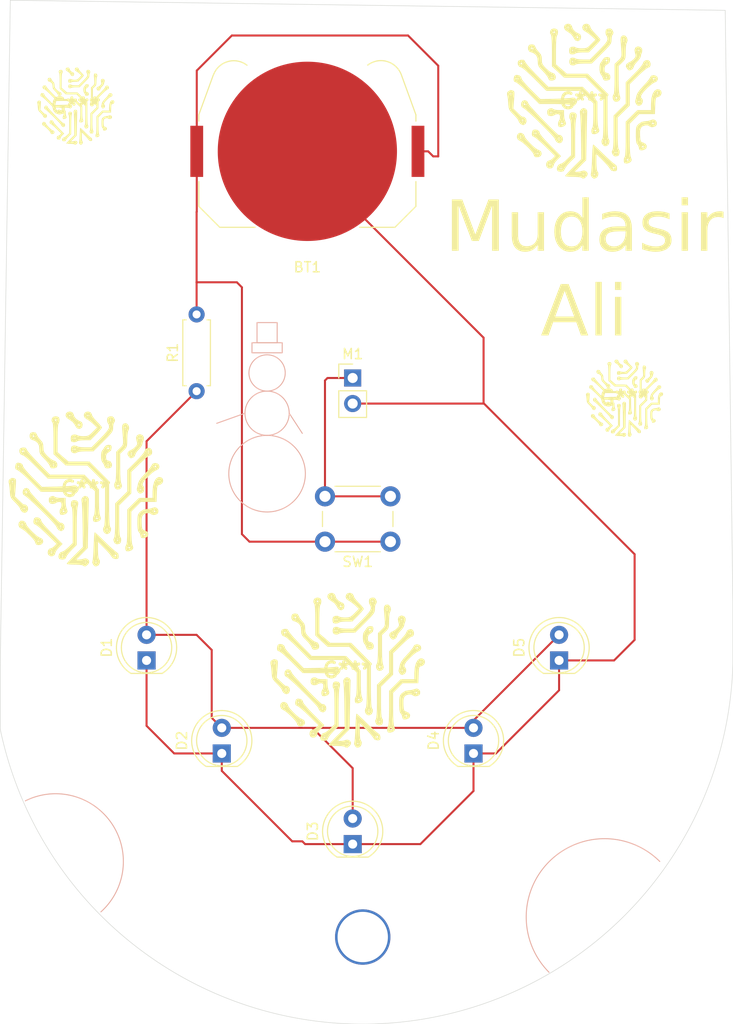
<source format=kicad_pcb>
(kicad_pcb (version 20241229) (generator "pcbnew") (generator_version "9.0")
  (layers (0 "F.Cu" signal) (2 "B.Cu" signal) (13 "F.Paste" user) (15 "B.Paste" user) (5 "F.SilkS" user "F.Silkscreen") (7 "B.SilkS" user "B.Silkscreen") (1 "F.Mask" user) (3 "B.Mask" user) (25 "Edge.Cuts" user))
  (net 0 "")
  (net 1 "Net-(BT1--)")
  (net 2 "Net-(BT1-+)")
  (net 3 "Net-(D1-A)")
  (net 4 "Net-(M1-+)")
  (footprint "LED_THT:LED_D5.0mm" (layer "F.Cu") (at 123.5 112.775 90)
    (property "Reference" "D3" (at 1.27 -3.96 90) (layer "F.SilkS"))
    (property "Value" "LED")
    (pad "1" thru_hole rect (at 0 0 90) (size 1.8 1.8) (drill 0.9) (layers "*.Cu" "*.Mask") (net 1 "Net-(BT1--)"))
    (pad "2" thru_hole circle (at 2.54 0 90) (size 1.8 1.8) (drill 0.9) (layers "*.Cu" "*.Mask") (net 3 "Net-(D1-A)"))
  )
  (footprint "LED_THT:LED_D5.0mm" (layer "F.Cu") (at 110.5 103.775 90)
    (property "Reference" "D2" (at 1.27 -3.96 90) (layer "F.SilkS"))
    (property "Value" "LED")
    (pad "1" thru_hole rect (at 0 0 90) (size 1.8 1.8) (drill 0.9) (layers "*.Cu" "*.Mask") (net 1 "Net-(BT1--)"))
    (pad "2" thru_hole circle (at 2.54 0 90) (size 1.8 1.8) (drill 0.9) (layers "*.Cu" "*.Mask") (net 3 "Net-(D1-A)"))
  )
  (footprint "LOGO" (layer "F.Cu") (at 96 39.5)
    (property "Reference" "G***" (at 0 0 0) (layer "F.SilkS") (effects (font (size 1.5 1.5) (thickness 0.3))))
    (property "Value" "LOGO" (hide yes))
  )
  (footprint "Battery:BatteryHolder_Keystone_3034_1x20mm" (layer "F.Cu") (at 119 44 180)
    (property "Reference" "BT1" (at 0 -11.5 0) (layer "F.SilkS"))
    (property "Value" "Battery_Cell")
    (pad "1" smd rect (at -10.985 0 180) (size 1.27 5.08) (layers "F.Cu" "F.Mask" "F.Paste") (net 2 "Net-(BT1-+)"))
    (pad "1" smd rect (at 10.985 0 180) (size 1.27 5.08) (layers "F.Cu" "F.Mask" "F.Paste") (net 2 "Net-(BT1-+)"))
    (pad "2" smd circle (at 0 0 180) (size 17.8 17.8) (layers "F.Cu" "F.Mask") (net 1 "Net-(BT1--)"))
  )
  (footprint "LOGO" (layer "F.Cu") (at 123 95.5)
    (property "Reference" "G***" (at 0 0 0) (layer "F.SilkS") (effects (font (size 1.5 1.5) (thickness 0.3))))
    (property "Value" "LOGO" (hide yes))
  )
  (footprint "LED_THT:LED_D5.0mm" (layer "F.Cu") (at 103.03 94.54 90)
    (property "Reference" "D1" (at 1.27 -3.96 90) (layer "F.SilkS"))
    (property "Value" "LED")
    (pad "1" thru_hole rect (at 0 0 90) (size 1.8 1.8) (drill 0.9) (layers "*.Cu" "*.Mask") (net 1 "Net-(BT1--)"))
    (pad "2" thru_hole circle (at 2.54 0 90) (size 1.8 1.8) (drill 0.9) (layers "*.Cu" "*.Mask") (net 3 "Net-(D1-A)"))
  )
  (footprint "LED_THT:LED_D5.0mm" (layer "F.Cu") (at 144 94.54 90)
    (property "Reference" "D5" (at 1.27 -3.96 90) (layer "F.SilkS"))
    (property "Value" "LED")
    (pad "1" thru_hole rect (at 0 0 90) (size 1.8 1.8) (drill 0.9) (layers "*.Cu" "*.Mask") (net 1 "Net-(BT1--)"))
    (pad "2" thru_hole circle (at 2.54 0 90) (size 1.8 1.8) (drill 0.9) (layers "*.Cu" "*.Mask") (net 3 "Net-(D1-A)"))
  )
  (footprint "Connector_PinHeader_2.54mm:PinHeader_1x02_P2.54mm_Vertical" (layer "F.Cu") (at 123.5 66.5)
    (property "Reference" "M1" (at 0 -2.38 0) (layer "F.SilkS"))
    (property "Value" "Motor_DC")
    (pad "1" thru_hole rect (at 0 0) (size 1.7 1.7) (drill 1) (layers "*.Cu" "*.Mask") (net 4 "Net-(M1-+)"))
    (pad "2" thru_hole circle (at 0 2.54) (size 1.7 1.7) (drill 1) (layers "*.Cu" "*.Mask") (net 1 "Net-(BT1--)"))
  )
  (footprint "LED_THT:LED_D5.0mm" (layer "F.Cu") (at 135.5 103.775 90)
    (property "Reference" "D4" (at 1.27 -3.96 90) (layer "F.SilkS"))
    (property "Value" "LED")
    (pad "1" thru_hole rect (at 0 0 90) (size 1.8 1.8) (drill 0.9) (layers "*.Cu" "*.Mask") (net 1 "Net-(BT1--)"))
    (pad "2" thru_hole circle (at 2.54 0 90) (size 1.8 1.8) (drill 0.9) (layers "*.Cu" "*.Mask") (net 3 "Net-(D1-A)"))
  )
  (footprint "LOGO" (layer "F.Cu") (at 150.5 68.5)
    (property "Reference" "G***" (at 0 0 0) (layer "F.SilkS") (effects (font (size 1.5 1.5) (thickness 0.3))))
    (property "Value" "LOGO" (hide yes))
  )
  (footprint "LOGO" (layer "F.Cu") (at 146.5 39)
    (property "Reference" "G***" (at 0 0 0) (layer "F.SilkS") (effects (font (size 1.5 1.5) (thickness 0.3))))
    (property "Value" "LOGO" (hide yes))
  )
  (footprint "Button_Switch_THT:SW_PUSH_6mm" (layer "F.Cu") (at 127.25 82.75 180)
    (property "Reference" "SW1" (at 3.25 -2 0) (layer "F.SilkS"))
    (property "Value" "SW_Push")
    (pad "1" thru_hole circle (at 0 0 270) (size 2 2) (drill 1.1) (layers "*.Cu" "*.Mask") (net 2 "Net-(BT1-+)"))
    (pad "1" thru_hole circle (at 6.5 0 270) (size 2 2) (drill 1.1) (layers "*.Cu" "*.Mask") (net 2 "Net-(BT1-+)"))
    (pad "2" thru_hole circle (at 0 4.5 270) (size 2 2) (drill 1.1) (layers "*.Cu" "*.Mask") (net 4 "Net-(M1-+)"))
    (pad "2" thru_hole circle (at 6.5 4.5 270) (size 2 2) (drill 1.1) (layers "*.Cu" "*.Mask") (net 4 "Net-(M1-+)"))
  )
  (footprint "Resistor_THT:R_Axial_DIN0207_L6.3mm_D2.5mm_P7.62mm_Horizontal" (layer "F.Cu") (at 108 67.81 90)
    (property "Reference" "R1" (at 3.81 -2.37 90) (layer "F.SilkS"))
    (property "Value" "R")
    (pad "1" thru_hole circle (at 0 0 90) (size 1.6 1.6) (drill 0.8) (layers "*.Cu" "*.Mask") (net 3 "Net-(D1-A)"))
    (pad "2" thru_hole circle (at 7.62 0 90) (size 1.6 1.6) (drill 0.8) (layers "*.Cu" "*.Mask") (net 2 "Net-(BT1-+)"))
  )
  (footprint "LOGO" (layer "F.Cu") (at 97 77.5)
    (property "Reference" "G***" (at 0 0 0) (layer "F.SilkS") (effects (font (size 1.5 1.5) (thickness 0.3))))
    (property "Value" "LOGO" (hide yes))
  )
  (gr_circle (center 115 70) (end 115 72.197224) (stroke (width 0.1)) (fill no) (layer "B.SilkS"))
  (gr_arc (start 143 125.5) (mid 143 114.5) (end 154 114.5) (stroke (width 0.1)) (layer "B.SilkS"))
  (gr_rect (start 114 61) (end 116 63) (stroke (width 0.1)) (fill no) (layer "B.SilkS"))
  (gr_line (start 110 71) (end 112.802776 70) (stroke (width 0.1)) (layer "B.SilkS"))
  (gr_arc (start 90.991678 108.483356) (mid 99.558587 110.711581) (end 98.5 119.5) (stroke (width 0.1)) (layer "B.SilkS"))
  (gr_line (start 118.5 72) (end 117.197224 70) (stroke (width 0.1)) (layer "B.SilkS"))
  (gr_circle (center 115 76) (end 115 72.197224) (stroke (width 0.1)) (fill no) (layer "B.SilkS"))
  (gr_circle (center 115 66) (end 116.5 67) (stroke (width 0.1)) (fill no) (layer "B.SilkS"))
  (gr_rect (start 113.5 63) (end 116.5 64) (stroke (width 0.1)) (fill no) (layer "B.SilkS"))
  (gr_line (start 160.5 30) (end 89.5 29) (stroke (width 0.05)) (layer "Edge.Cuts"))
  (gr_line (start 161.25608 88.613821) (end 161.25608 94.981707) (stroke (width 0.05)) (layer "Edge.Cuts"))
  (gr_line (start 89.5 29) (end 88.500001 95) (stroke (width 0.05)) (layer "Edge.Cuts"))
  (gr_line (start 88.500001 95) (end 88.500001 101.367893) (stroke (width 0.05)) (layer "Edge.Cuts"))
  (gr_arc (start 161.25608 94.981714) (mid 127.71539 130.5) (end 88.5 101.367893) (stroke (width 0.05)) (layer "Edge.Cuts"))
  (gr_line (start 161.25608 88.613821) (end 160.5 30) (stroke (width 0.05)) (layer "Edge.Cuts"))
  (gr_text "Mudasir\nAli" (at 146.5 56 0) (layer "F.SilkS") (effects (font (size 5 5) (thickness 0.1))))
  (via (at 124.5 122) (size 5.5) (drill 5) (layers "F.Cu" "B.Cu") (net 0))
  (segment (start 110.5 105.5) (end 117.5 112.5) (width 0.2) (layer "F.Cu") (net 1))
  (segment (start 151.5 92.5) (end 149.46 94.54) (width 0.2) (layer "F.Cu") (net 1))
  (segment (start 103.03 94.54) (end 103.03 101.03) (width 0.2) (layer "F.Cu") (net 1))
  (segment (start 118.5 112.5) (end 118.775 112.775) (width 0.2) (layer "F.Cu") (net 1))
  (segment (start 136.5 69) (end 136.5 62.5) (width 0.2) (layer "F.Cu") (net 1))
  (segment (start 117.5 112.5) (end 118.5 112.5) (width 0.2) (layer "F.Cu") (net 1))
  (segment (start 105.775 103.775) (end 110.5 103.775) (width 0.2) (layer "F.Cu") (net 1))
  (segment (start 151.5 84) (end 151.5 92.5) (width 0.2) (layer "F.Cu") (net 1))
  (segment (start 119 45) (end 119 44) (width 0.2) (layer "F.Cu") (net 1))
  (segment (start 144 97.5) (end 144 94.54) (width 0.2) (layer "F.Cu") (net 1))
  (segment (start 136.5 62.5) (end 119 45) (width 0.2) (layer "F.Cu") (net 1))
  (segment (start 123.5 69.04) (end 136.46 69.04) (width 0.2) (layer "F.Cu") (net 1))
  (segment (start 103.03 101.03) (end 105.775 103.775) (width 0.2) (layer "F.Cu") (net 1))
  (segment (start 137.725 103.775) (end 144 97.5) (width 0.2) (layer "F.Cu") (net 1))
  (segment (start 136.46 69.04) (end 136.5 69) (width 0.2) (layer "F.Cu") (net 1))
  (segment (start 118.775 112.775) (end 123.5 112.775) (width 0.2) (layer "F.Cu") (net 1))
  (segment (start 135.5 103.775) (end 137.725 103.775) (width 0.2) (layer "F.Cu") (net 1))
  (segment (start 123.5 112.775) (end 123.725 113) (width 0.2) (layer "F.Cu") (net 1))
  (segment (start 135.5 107.5) (end 135.5 103.775) (width 0.2) (layer "F.Cu") (net 1))
  (segment (start 110.5 103.775) (end 110.5 105.5) (width 0.2) (layer "F.Cu") (net 1))
  (segment (start 136.5 69) (end 151.5 84) (width 0.2) (layer "F.Cu") (net 1))
  (segment (start 149.46 94.54) (end 144 94.54) (width 0.2) (layer "F.Cu") (net 1))
  (segment (start 130.225 112.775) (end 135.5 107.5) (width 0.2) (layer "F.Cu") (net 1))
  (segment (start 123.5 112.775) (end 130.225 112.775) (width 0.2) (layer "F.Cu") (net 1))
  (segment (start 131 44) (end 129.985 44) (width 0.2) (layer "F.Cu") (net 2))
  (segment (start 108.015 50) (end 108.015 44) (width 0.2) (layer "F.Cu") (net 2))
  (segment (start 131.5 44.5) (end 131 44) (width 0.2) (layer "F.Cu") (net 2))
  (segment (start 108 57) (end 108 50.015) (width 0.2) (layer "F.Cu") (net 2))
  (segment (start 120.75 82.75) (end 127.25 82.75) (width 0.2) (layer "F.Cu") (net 2))
  (segment (start 111.5 32.5) (end 129 32.5) (width 0.2) (layer "F.Cu") (net 2))
  (segment (start 108.015 35.985) (end 111.5 32.5) (width 0.2) (layer "F.Cu") (net 2))
  (segment (start 129 32.5) (end 132 35.5) (width 0.2) (layer "F.Cu") (net 2))
  (segment (start 113.25 82.75) (end 120.75 82.75) (width 0.2) (layer "F.Cu") (net 2))
  (segment (start 112 57) (end 112.5 57.5) (width 0.2) (layer "F.Cu") (net 2))
  (segment (start 108.015 44) (end 108.015 35.985) (width 0.2) (layer "F.Cu") (net 2))
  (segment (start 132 35.5) (end 132 44.5) (width 0.2) (layer "F.Cu") (net 2))
  (segment (start 108 57) (end 112 57) (width 0.2) (layer "F.Cu") (net 2))
  (segment (start 112.5 57.5) (end 112.5 82) (width 0.2) (layer "F.Cu") (net 2))
  (segment (start 108 60.19) (end 108 57) (width 0.2) (layer "F.Cu") (net 2))
  (segment (start 132 44.5) (end 131.5 44.5) (width 0.2) (layer "F.Cu") (net 2))
  (segment (start 112.5 82) (end 113.25 82.75) (width 0.2) (layer "F.Cu") (net 2))
  (segment (start 108 50.015) (end 108.015 50) (width 0.2) (layer "F.Cu") (net 2))
  (segment (start 103.03 72.78) (end 108 67.81) (width 0.2) (layer "F.Cu") (net 3))
  (segment (start 119.5 101.235) (end 135.5 101.235) (width 0.2) (layer "F.Cu") (net 3))
  (segment (start 109.5 100.235) (end 110.5 101.235) (width 0.2) (layer "F.Cu") (net 3))
  (segment (start 123.5 105.235) (end 119.5 101.235) (width 0.2) (layer "F.Cu") (net 3))
  (segment (start 135.5 101.235) (end 135.5 100.5) (width 0.2) (layer "F.Cu") (net 3))
  (segment (start 110.5 101.235) (end 119.5 101.235) (width 0.2) (layer "F.Cu") (net 3))
  (segment (start 109.5 93.5) (end 109.5 100.235) (width 0.2) (layer "F.Cu") (net 3))
  (segment (start 123.5 110.235) (end 123.5 105.235) (width 0.2) (layer "F.Cu") (net 3))
  (segment (start 103.03 92) (end 103.03 72.78) (width 0.2) (layer "F.Cu") (net 3))
  (segment (start 103.03 92) (end 108 92) (width 0.2) (layer "F.Cu") (net 3))
  (segment (start 108 92) (end 109.5 93.5) (width 0.2) (layer "F.Cu") (net 3))
  (segment (start 135.5 100.5) (end 144 92) (width 0.2) (layer "F.Cu") (net 3))
  (segment (start 120.75 78.25) (end 120.75 66.75) (width 0.2) (layer "F.Cu") (net 4))
  (segment (start 120.75 66.75) (end 121 66.5) (width 0.2) (layer "F.Cu") (net 4))
  (segment (start 121 66.5) (end 123.5 66.5) (width 0.2) (layer "F.Cu") (net 4))
  (segment (start 120.75 78.25) (end 127.25 78.25) (width 0.2) (layer "F.Cu") (net 4))
)
</source>
